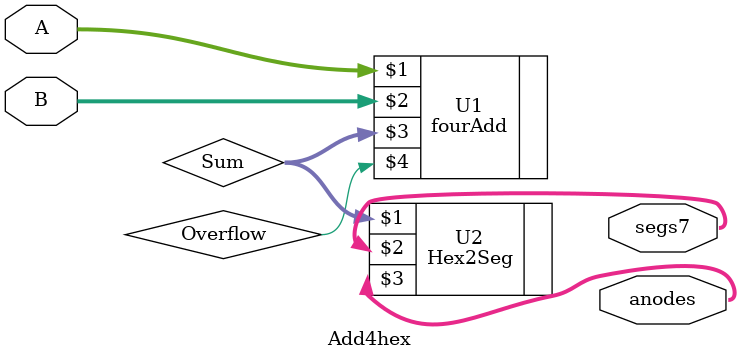
<source format=v>
`timescale 1ns / 1ps
module Add4hex(
    input [3:0] A,
    input [3:0] B,
    output [6:0] segs7,
    output [3:0] anodes
    );

	wire Overflow;
	wire [3:0] Sum;
	
	fourAdd U1(A,B,Sum,Overflow);
	Hex2Seg U2(Sum,segs7,anodes);

endmodule

</source>
